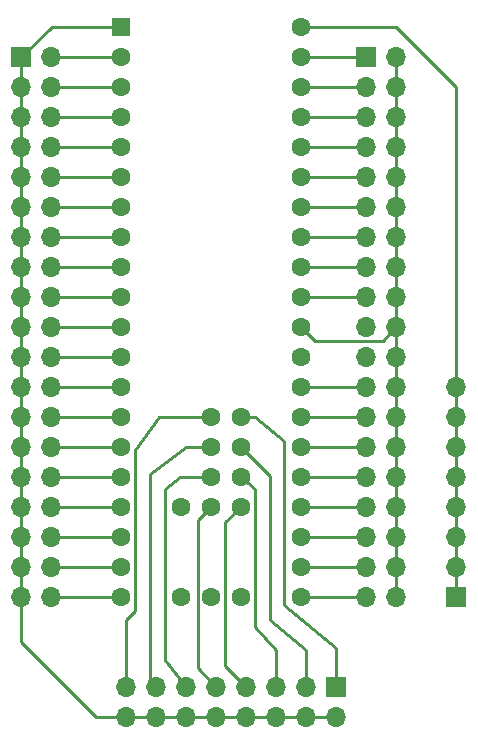
<source format=gbr>
%TF.GenerationSoftware,KiCad,Pcbnew,6.0.7-f9a2dced07~116~ubuntu20.04.1*%
%TF.CreationDate,2022-08-21T12:07:16+02:00*%
%TF.ProjectId,f-16_icp,662d3136-5f69-4637-902e-6b696361645f,rev?*%
%TF.SameCoordinates,Original*%
%TF.FileFunction,Copper,L2,Bot*%
%TF.FilePolarity,Positive*%
%FSLAX46Y46*%
G04 Gerber Fmt 4.6, Leading zero omitted, Abs format (unit mm)*
G04 Created by KiCad (PCBNEW 6.0.7-f9a2dced07~116~ubuntu20.04.1) date 2022-08-21 12:07:16*
%MOMM*%
%LPD*%
G01*
G04 APERTURE LIST*
%TA.AperFunction,ComponentPad*%
%ADD10C,1.600000*%
%TD*%
%TA.AperFunction,ComponentPad*%
%ADD11R,1.600000X1.600000*%
%TD*%
%TA.AperFunction,ComponentPad*%
%ADD12R,1.700000X1.700000*%
%TD*%
%TA.AperFunction,ComponentPad*%
%ADD13O,1.700000X1.700000*%
%TD*%
%TA.AperFunction,Conductor*%
%ADD14C,0.250000*%
%TD*%
G04 APERTURE END LIST*
D10*
%TO.P,U1,52,ALE*%
%TO.N,unconnected-(U1-Pad52)*%
X131600000Y-120590000D03*
%TO.P,U1,51,35*%
%TO.N,Net-(J4-Pad9)*%
X134140000Y-120590000D03*
%TO.P,U1,50,34*%
%TO.N,Net-(J4-Pad11)*%
X134140000Y-118050000D03*
%TO.P,U1,49,33*%
%TO.N,Net-(J4-Pad13)*%
X134140000Y-115510000D03*
%TO.P,U1,48,32*%
%TO.N,Net-(J4-Pad15)*%
X134140000Y-112970000D03*
%TO.P,U1,47,31*%
%TO.N,Net-(J4-Pad7)*%
X136680000Y-120590000D03*
%TO.P,U1,46,30*%
%TO.N,Net-(J4-Pad5)*%
X136680000Y-118050000D03*
%TO.P,U1,45,29*%
%TO.N,Net-(J4-Pad3)*%
X136680000Y-115510000D03*
%TO.P,U1,44,28*%
%TO.N,Net-(J4-Pad1)*%
X136680000Y-112970000D03*
%TO.P,U1,43,+5V*%
%TO.N,VCC*%
X141760000Y-79950000D03*
%TO.P,U1,42,26_PWM*%
%TO.N,Net-(U1-Pad42)*%
X141760000Y-82490000D03*
%TO.P,U1,41,25_PWM*%
%TO.N,Net-(U1-Pad41)*%
X141760000Y-85030000D03*
%TO.P,U1,40,24_PWM*%
%TO.N,Net-(U1-Pad40)*%
X141760000Y-87570000D03*
%TO.P,U1,39,23*%
%TO.N,Net-(U1-Pad39)*%
X141760000Y-90110000D03*
%TO.P,U1,38,22*%
%TO.N,Net-(U1-Pad38)*%
X141760000Y-92650000D03*
%TO.P,U1,37,21*%
%TO.N,Net-(U1-Pad37)*%
X141760000Y-95190000D03*
%TO.P,U1,36,20*%
%TO.N,Net-(U1-Pad36)*%
X141760000Y-97730000D03*
%TO.P,U1,35,19_INT7*%
%TO.N,Net-(U1-Pad35)*%
X141760000Y-100270000D03*
%TO.P,U1,34,18_INT6*%
%TO.N,Net-(U1-Pad34)*%
X141760000Y-102810000D03*
%TO.P,U1,33,GND*%
%TO.N,GND*%
X141760000Y-105350000D03*
%TO.P,U1,32,AREF*%
%TO.N,VCC*%
X141760000Y-107890000D03*
%TO.P,U1,31,38_A0*%
%TO.N,Net-(U1-Pad31)*%
X141760000Y-110430000D03*
%TO.P,U1,30,39_A1*%
%TO.N,Net-(U1-Pad30)*%
X141760000Y-112970000D03*
%TO.P,U1,29,40_A2*%
%TO.N,Net-(U1-Pad29)*%
X141760000Y-115510000D03*
%TO.P,U1,28,41_A3*%
%TO.N,Net-(U1-Pad28)*%
X141760000Y-118050000D03*
%TO.P,U1,27,42_A4*%
%TO.N,Net-(U1-Pad27)*%
X141760000Y-120590000D03*
%TO.P,U1,26,43_A5*%
%TO.N,Net-(U1-Pad26)*%
X141760000Y-123130000D03*
%TO.P,U1,25,44_A6*%
%TO.N,Net-(U1-Pad25)*%
X141760000Y-125670000D03*
%TO.P,U1,24,45_A7*%
%TO.N,Net-(U1-Pad24)*%
X141760000Y-128210000D03*
%TO.P,U1,23,RST*%
%TO.N,unconnected-(U1-Pad23)*%
X136680000Y-128210000D03*
%TO.P,U1,22,GND*%
%TO.N,GND*%
X134140000Y-128210000D03*
%TO.P,U1,21,+5V*%
%TO.N,VCC*%
X131600000Y-128210000D03*
%TO.P,U1,20,17*%
%TO.N,Net-(U1-Pad20)*%
X126520000Y-128210000D03*
%TO.P,U1,19,16_PWM*%
%TO.N,Net-(U1-Pad19)*%
X126520000Y-125670000D03*
%TO.P,U1,18,15_PWM*%
%TO.N,Net-(U1-Pad18)*%
X126520000Y-123130000D03*
%TO.P,U1,17,14_PWM*%
%TO.N,Net-(U1-Pad17)*%
X126520000Y-120590000D03*
%TO.P,U1,16,13*%
%TO.N,Net-(U1-Pad16)*%
X126520000Y-118050000D03*
%TO.P,U1,15,12*%
%TO.N,Net-(U1-Pad15)*%
X126520000Y-115510000D03*
%TO.P,U1,14,11*%
%TO.N,Net-(U1-Pad14)*%
X126520000Y-112970000D03*
%TO.P,U1,13,10*%
%TO.N,Net-(U1-Pad13)*%
X126520000Y-110430000D03*
%TO.P,U1,12,9*%
%TO.N,Net-(U1-Pad12)*%
X126520000Y-107890000D03*
D11*
%TO.P,U1,1,GND*%
%TO.N,GND*%
X126520000Y-79950000D03*
D10*
%TO.P,U1,2,27_PWM*%
%TO.N,Net-(U1-Pad2)*%
X126520000Y-82490000D03*
%TO.P,U1,3,0_INT0_PWM*%
%TO.N,Net-(U1-Pad3)*%
X126520000Y-85030000D03*
%TO.P,U1,4,1_INT1_PWM*%
%TO.N,Net-(U1-Pad4)*%
X126520000Y-87570000D03*
%TO.P,U1,5,2_INT2_RX*%
%TO.N,Net-(U1-Pad5)*%
X126520000Y-90110000D03*
%TO.P,U1,6,3_INT3_TX*%
%TO.N,Net-(U1-Pad6)*%
X126520000Y-92650000D03*
%TO.P,U1,7,4*%
%TO.N,Net-(U1-Pad7)*%
X126520000Y-95190000D03*
%TO.P,U1,8,5*%
%TO.N,Net-(U1-Pad8)*%
X126520000Y-97730000D03*
%TO.P,U1,11,8*%
%TO.N,Net-(U1-Pad11)*%
X126520000Y-105350000D03*
%TO.P,U1,10,7*%
%TO.N,Net-(U1-Pad10)*%
X126520000Y-102810000D03*
%TO.P,U1,9,6_LED*%
%TO.N,Net-(U1-Pad9)*%
X126520000Y-100270000D03*
%TD*%
D12*
%TO.P,J4,1,Pin_1*%
%TO.N,Net-(J4-Pad1)*%
X144765000Y-135885000D03*
D13*
%TO.P,J4,2,Pin_2*%
%TO.N,GND*%
X144765000Y-138425000D03*
%TO.P,J4,3,Pin_3*%
%TO.N,Net-(J4-Pad3)*%
X142225000Y-135885000D03*
%TO.P,J4,4,Pin_4*%
%TO.N,GND*%
X142225000Y-138425000D03*
%TO.P,J4,5,Pin_5*%
%TO.N,Net-(J4-Pad5)*%
X139685000Y-135885000D03*
%TO.P,J4,6,Pin_6*%
%TO.N,GND*%
X139685000Y-138425000D03*
%TO.P,J4,7,Pin_7*%
%TO.N,Net-(J4-Pad7)*%
X137145000Y-135885000D03*
%TO.P,J4,8,Pin_8*%
%TO.N,GND*%
X137145000Y-138425000D03*
%TO.P,J4,9,Pin_9*%
%TO.N,Net-(J4-Pad9)*%
X134605000Y-135885000D03*
%TO.P,J4,10,Pin_10*%
%TO.N,GND*%
X134605000Y-138425000D03*
%TO.P,J4,11,Pin_11*%
%TO.N,Net-(J4-Pad11)*%
X132065000Y-135885000D03*
%TO.P,J4,12,Pin_12*%
%TO.N,GND*%
X132065000Y-138425000D03*
%TO.P,J4,13,Pin_13*%
%TO.N,Net-(J4-Pad13)*%
X129525000Y-135885000D03*
%TO.P,J4,14,Pin_14*%
%TO.N,GND*%
X129525000Y-138425000D03*
%TO.P,J4,15,Pin_15*%
%TO.N,Net-(J4-Pad15)*%
X126985000Y-135885000D03*
%TO.P,J4,16,Pin_16*%
%TO.N,GND*%
X126985000Y-138425000D03*
%TD*%
%TO.P,J2,38,Pin_38*%
%TO.N,GND*%
X149860000Y-128219200D03*
%TO.P,J2,37,Pin_37*%
%TO.N,Net-(U1-Pad24)*%
X147320000Y-128219200D03*
%TO.P,J2,36,Pin_36*%
%TO.N,GND*%
X149860000Y-125679200D03*
%TO.P,J2,35,Pin_35*%
%TO.N,Net-(U1-Pad25)*%
X147320000Y-125679200D03*
%TO.P,J2,34,Pin_34*%
%TO.N,GND*%
X149860000Y-123139200D03*
%TO.P,J2,33,Pin_33*%
%TO.N,Net-(U1-Pad26)*%
X147320000Y-123139200D03*
%TO.P,J2,32,Pin_32*%
%TO.N,GND*%
X149860000Y-120599200D03*
%TO.P,J2,31,Pin_31*%
%TO.N,Net-(U1-Pad27)*%
X147320000Y-120599200D03*
%TO.P,J2,30,Pin_30*%
%TO.N,GND*%
X149860000Y-118059200D03*
%TO.P,J2,29,Pin_29*%
%TO.N,Net-(U1-Pad28)*%
X147320000Y-118059200D03*
%TO.P,J2,28,Pin_28*%
%TO.N,GND*%
X149860000Y-115519200D03*
%TO.P,J2,27,Pin_27*%
%TO.N,Net-(U1-Pad29)*%
X147320000Y-115519200D03*
%TO.P,J2,26,Pin_26*%
%TO.N,GND*%
X149860000Y-112979200D03*
%TO.P,J2,25,Pin_25*%
%TO.N,Net-(U1-Pad30)*%
X147320000Y-112979200D03*
%TO.P,J2,24,Pin_24*%
%TO.N,GND*%
X149860000Y-110439200D03*
%TO.P,J2,23,Pin_23*%
%TO.N,Net-(U1-Pad31)*%
X147320000Y-110439200D03*
%TO.P,J2,22,Pin_22*%
%TO.N,GND*%
X149860000Y-107899200D03*
%TO.P,J2,21,Pin_21*%
%TO.N,unconnected-(J2-Pad21)*%
X147320000Y-107899200D03*
%TO.P,J2,20,Pin_20*%
%TO.N,GND*%
X149860000Y-105359200D03*
%TO.P,J2,19,Pin_19*%
%TO.N,unconnected-(J2-Pad19)*%
X147320000Y-105359200D03*
%TO.P,J2,18,Pin_18*%
%TO.N,GND*%
X149860000Y-102819200D03*
%TO.P,J2,17,Pin_17*%
%TO.N,Net-(U1-Pad34)*%
X147320000Y-102819200D03*
%TO.P,J2,16,Pin_16*%
%TO.N,GND*%
X149860000Y-100279200D03*
%TO.P,J2,15,Pin_15*%
%TO.N,Net-(U1-Pad35)*%
X147320000Y-100279200D03*
%TO.P,J2,14,Pin_14*%
%TO.N,GND*%
X149860000Y-97739200D03*
%TO.P,J2,13,Pin_13*%
%TO.N,Net-(U1-Pad36)*%
X147320000Y-97739200D03*
%TO.P,J2,12,Pin_12*%
%TO.N,GND*%
X149860000Y-95199200D03*
%TO.P,J2,11,Pin_11*%
%TO.N,Net-(U1-Pad37)*%
X147320000Y-95199200D03*
%TO.P,J2,10,Pin_10*%
%TO.N,GND*%
X149860000Y-92659200D03*
%TO.P,J2,9,Pin_9*%
%TO.N,Net-(U1-Pad38)*%
X147320000Y-92659200D03*
%TO.P,J2,8,Pin_8*%
%TO.N,GND*%
X149860000Y-90119200D03*
%TO.P,J2,7,Pin_7*%
%TO.N,Net-(U1-Pad39)*%
X147320000Y-90119200D03*
%TO.P,J2,6,Pin_6*%
%TO.N,GND*%
X149860000Y-87579200D03*
%TO.P,J2,5,Pin_5*%
%TO.N,Net-(U1-Pad40)*%
X147320000Y-87579200D03*
%TO.P,J2,4,Pin_4*%
%TO.N,GND*%
X149860000Y-85039200D03*
%TO.P,J2,3,Pin_3*%
%TO.N,Net-(U1-Pad41)*%
X147320000Y-85039200D03*
%TO.P,J2,2,Pin_2*%
%TO.N,GND*%
X149860000Y-82499200D03*
D12*
%TO.P,J2,1,Pin_1*%
%TO.N,Net-(U1-Pad42)*%
X147320000Y-82499200D03*
%TD*%
%TO.P,J1,1,Pin_1*%
%TO.N,GND*%
X118105000Y-82499200D03*
D13*
%TO.P,J1,2,Pin_2*%
%TO.N,Net-(U1-Pad2)*%
X120645000Y-82499200D03*
%TO.P,J1,3,Pin_3*%
%TO.N,GND*%
X118105000Y-85039200D03*
%TO.P,J1,4,Pin_4*%
%TO.N,Net-(U1-Pad3)*%
X120645000Y-85039200D03*
%TO.P,J1,5,Pin_5*%
%TO.N,GND*%
X118105000Y-87579200D03*
%TO.P,J1,6,Pin_6*%
%TO.N,Net-(U1-Pad4)*%
X120645000Y-87579200D03*
%TO.P,J1,7,Pin_7*%
%TO.N,GND*%
X118105000Y-90119200D03*
%TO.P,J1,8,Pin_8*%
%TO.N,Net-(U1-Pad5)*%
X120645000Y-90119200D03*
%TO.P,J1,9,Pin_9*%
%TO.N,GND*%
X118105000Y-92659200D03*
%TO.P,J1,10,Pin_10*%
%TO.N,Net-(U1-Pad6)*%
X120645000Y-92659200D03*
%TO.P,J1,11,Pin_11*%
%TO.N,GND*%
X118105000Y-95199200D03*
%TO.P,J1,12,Pin_12*%
%TO.N,Net-(U1-Pad7)*%
X120645000Y-95199200D03*
%TO.P,J1,13,Pin_13*%
%TO.N,GND*%
X118105000Y-97739200D03*
%TO.P,J1,14,Pin_14*%
%TO.N,Net-(U1-Pad8)*%
X120645000Y-97739200D03*
%TO.P,J1,15,Pin_15*%
%TO.N,GND*%
X118105000Y-100279200D03*
%TO.P,J1,16,Pin_16*%
%TO.N,Net-(U1-Pad9)*%
X120645000Y-100279200D03*
%TO.P,J1,17,Pin_17*%
%TO.N,GND*%
X118105000Y-102819200D03*
%TO.P,J1,18,Pin_18*%
%TO.N,Net-(U1-Pad10)*%
X120645000Y-102819200D03*
%TO.P,J1,19,Pin_19*%
%TO.N,GND*%
X118105000Y-105359200D03*
%TO.P,J1,20,Pin_20*%
%TO.N,Net-(U1-Pad11)*%
X120645000Y-105359200D03*
%TO.P,J1,21,Pin_21*%
%TO.N,GND*%
X118105000Y-107899200D03*
%TO.P,J1,22,Pin_22*%
%TO.N,Net-(U1-Pad12)*%
X120645000Y-107899200D03*
%TO.P,J1,23,Pin_23*%
%TO.N,GND*%
X118105000Y-110439200D03*
%TO.P,J1,24,Pin_24*%
%TO.N,Net-(U1-Pad13)*%
X120645000Y-110439200D03*
%TO.P,J1,25,Pin_25*%
%TO.N,GND*%
X118105000Y-112979200D03*
%TO.P,J1,26,Pin_26*%
%TO.N,Net-(U1-Pad14)*%
X120645000Y-112979200D03*
%TO.P,J1,27,Pin_27*%
%TO.N,GND*%
X118105000Y-115519200D03*
%TO.P,J1,28,Pin_28*%
%TO.N,Net-(U1-Pad15)*%
X120645000Y-115519200D03*
%TO.P,J1,29,Pin_29*%
%TO.N,GND*%
X118105000Y-118059200D03*
%TO.P,J1,30,Pin_30*%
%TO.N,Net-(U1-Pad16)*%
X120645000Y-118059200D03*
%TO.P,J1,31,Pin_31*%
%TO.N,GND*%
X118105000Y-120599200D03*
%TO.P,J1,32,Pin_32*%
%TO.N,Net-(U1-Pad17)*%
X120645000Y-120599200D03*
%TO.P,J1,33,Pin_33*%
%TO.N,GND*%
X118105000Y-123139200D03*
%TO.P,J1,34,Pin_34*%
%TO.N,Net-(U1-Pad18)*%
X120645000Y-123139200D03*
%TO.P,J1,35,Pin_35*%
%TO.N,GND*%
X118105000Y-125679200D03*
%TO.P,J1,36,Pin_36*%
%TO.N,Net-(U1-Pad19)*%
X120645000Y-125679200D03*
%TO.P,J1,37,Pin_37*%
%TO.N,GND*%
X118105000Y-128219200D03*
%TO.P,J1,38,Pin_38*%
%TO.N,Net-(U1-Pad20)*%
X120645000Y-128219200D03*
%TD*%
D12*
%TO.P,J3,1,Pin_1*%
%TO.N,VCC*%
X154940000Y-128255000D03*
D13*
%TO.P,J3,2,Pin_2*%
X154940000Y-125715000D03*
%TO.P,J3,3,Pin_3*%
X154940000Y-123175000D03*
%TO.P,J3,4,Pin_4*%
X154940000Y-120635000D03*
%TO.P,J3,5,Pin_5*%
X154940000Y-118095000D03*
%TO.P,J3,6,Pin_6*%
X154940000Y-115555000D03*
%TO.P,J3,7,Pin_7*%
X154940000Y-113015000D03*
%TO.P,J3,8,Pin_8*%
X154940000Y-110475000D03*
%TD*%
D14*
%TO.N,Net-(J4-Pad1)*%
X136680000Y-112970000D02*
X137922000Y-113030000D01*
X137922000Y-113030000D02*
X140335000Y-115062000D01*
X140335000Y-115062000D02*
X140335000Y-128905000D01*
X144780000Y-132588000D02*
X144765000Y-135885000D01*
X140335000Y-128905000D02*
X144780000Y-132588000D01*
%TO.N,Net-(J4-Pad15)*%
X134140000Y-112970000D02*
X129854000Y-112970000D01*
X129854000Y-112970000D02*
X129794000Y-113030000D01*
X129794000Y-113030000D02*
X127762000Y-115824000D01*
X127762000Y-115824000D02*
X127762000Y-129413000D01*
X127762000Y-129413000D02*
X126985000Y-130190000D01*
X126985000Y-130190000D02*
X126985000Y-135885000D01*
%TO.N,Net-(J4-Pad3)*%
X142225000Y-135885000D02*
X142240000Y-132715000D01*
X142240000Y-132715000D02*
X139192000Y-130175000D01*
X139192000Y-130175000D02*
X139192000Y-118022000D01*
X139192000Y-118022000D02*
X136680000Y-115510000D01*
%TO.N,Net-(J4-Pad13)*%
X134140000Y-115510000D02*
X132080000Y-115510000D01*
X132080000Y-115510000D02*
X129032000Y-117856000D01*
X129032000Y-117856000D02*
X129032000Y-135392000D01*
X129032000Y-135392000D02*
X129525000Y-135885000D01*
%TO.N,Net-(J4-Pad11)*%
X134140000Y-118050000D02*
X131572000Y-118050000D01*
X131572000Y-118050000D02*
X130302000Y-119126000D01*
X130302000Y-119126000D02*
X130302000Y-133604000D01*
X130302000Y-133604000D02*
X132065000Y-135885000D01*
%TO.N,Net-(J4-Pad5)*%
X136680000Y-118050000D02*
X137922000Y-119126000D01*
X137922000Y-130810000D02*
X139685000Y-132700000D01*
X137922000Y-119126000D02*
X137922000Y-130810000D01*
X139685000Y-132700000D02*
X139685000Y-135885000D01*
%TO.N,Net-(J4-Pad7)*%
X136680000Y-120590000D02*
X135382000Y-121920000D01*
X135382000Y-121920000D02*
X135382000Y-134112000D01*
X135382000Y-134112000D02*
X137145000Y-135885000D01*
%TO.N,Net-(J4-Pad9)*%
X134140000Y-120590000D02*
X133015000Y-121715000D01*
X133015000Y-121715000D02*
X133015000Y-134295000D01*
X133015000Y-134295000D02*
X134605000Y-135885000D01*
%TO.N,VCC*%
X154940000Y-85047756D02*
X154940000Y-128255000D01*
%TO.N,Net-(U1-Pad20)*%
X126520000Y-128210000D02*
X120654200Y-128210000D01*
X120654200Y-128210000D02*
X120645000Y-128219200D01*
%TO.N,Net-(U1-Pad19)*%
X120645000Y-125679200D02*
X126510800Y-125679200D01*
X126510800Y-125679200D02*
X126520000Y-125670000D01*
%TO.N,Net-(U1-Pad18)*%
X126520000Y-123130000D02*
X120654200Y-123130000D01*
X120654200Y-123130000D02*
X120645000Y-123139200D01*
%TO.N,Net-(U1-Pad17)*%
X120645000Y-120599200D02*
X126510800Y-120599200D01*
X126510800Y-120599200D02*
X126520000Y-120590000D01*
%TO.N,Net-(U1-Pad16)*%
X126520000Y-118050000D02*
X120654200Y-118050000D01*
X120654200Y-118050000D02*
X120645000Y-118059200D01*
%TO.N,Net-(U1-Pad15)*%
X120645000Y-115519200D02*
X126510800Y-115519200D01*
X126510800Y-115519200D02*
X126520000Y-115510000D01*
%TO.N,Net-(U1-Pad14)*%
X126520000Y-112970000D02*
X120654200Y-112970000D01*
X120654200Y-112970000D02*
X120645000Y-112979200D01*
%TO.N,Net-(U1-Pad13)*%
X120645000Y-110439200D02*
X126510800Y-110439200D01*
X126510800Y-110439200D02*
X126520000Y-110430000D01*
%TO.N,Net-(U1-Pad12)*%
X126520000Y-107890000D02*
X120654200Y-107890000D01*
X120654200Y-107890000D02*
X120645000Y-107899200D01*
%TO.N,Net-(U1-Pad11)*%
X120645000Y-105359200D02*
X126510800Y-105359200D01*
X126510800Y-105359200D02*
X126520000Y-105350000D01*
%TO.N,Net-(U1-Pad10)*%
X126520000Y-102810000D02*
X120654200Y-102810000D01*
X120654200Y-102810000D02*
X120645000Y-102819200D01*
%TO.N,Net-(U1-Pad9)*%
X120645000Y-100279200D02*
X126510800Y-100279200D01*
X126510800Y-100279200D02*
X126520000Y-100270000D01*
%TO.N,Net-(U1-Pad8)*%
X126520000Y-97730000D02*
X120654200Y-97730000D01*
X120654200Y-97730000D02*
X120645000Y-97739200D01*
%TO.N,Net-(U1-Pad7)*%
X120645000Y-95199200D02*
X126510800Y-95199200D01*
X126510800Y-95199200D02*
X126520000Y-95190000D01*
%TO.N,Net-(U1-Pad6)*%
X126520000Y-92650000D02*
X120654200Y-92650000D01*
X120654200Y-92650000D02*
X120645000Y-92659200D01*
%TO.N,Net-(U1-Pad5)*%
X120645000Y-90119200D02*
X126510800Y-90119200D01*
X126510800Y-90119200D02*
X126520000Y-90110000D01*
%TO.N,Net-(U1-Pad4)*%
X126520000Y-87570000D02*
X120654200Y-87570000D01*
X120654200Y-87570000D02*
X120645000Y-87579200D01*
%TO.N,Net-(U1-Pad3)*%
X120645000Y-85039200D02*
X126510800Y-85039200D01*
X126510800Y-85039200D02*
X126520000Y-85030000D01*
%TO.N,Net-(U1-Pad2)*%
X120645000Y-82499200D02*
X126510800Y-82499200D01*
X126510800Y-82499200D02*
X126520000Y-82490000D01*
%TO.N,Net-(U1-Pad24)*%
X141760000Y-128210000D02*
X147310800Y-128210000D01*
X147310800Y-128210000D02*
X147320000Y-128219200D01*
%TO.N,Net-(U1-Pad25)*%
X147320000Y-125679200D02*
X141769200Y-125679200D01*
X141769200Y-125679200D02*
X141760000Y-125670000D01*
%TO.N,Net-(U1-Pad26)*%
X141760000Y-123130000D02*
X147310800Y-123130000D01*
X147310800Y-123130000D02*
X147320000Y-123139200D01*
%TO.N,Net-(U1-Pad27)*%
X147320000Y-120599200D02*
X141769200Y-120599200D01*
X141769200Y-120599200D02*
X141760000Y-120590000D01*
%TO.N,Net-(U1-Pad28)*%
X141760000Y-118050000D02*
X147310800Y-118050000D01*
X147310800Y-118050000D02*
X147320000Y-118059200D01*
%TO.N,Net-(U1-Pad29)*%
X147320000Y-115519200D02*
X141769200Y-115519200D01*
X141769200Y-115519200D02*
X141760000Y-115510000D01*
%TO.N,Net-(U1-Pad30)*%
X141760000Y-112970000D02*
X147310800Y-112970000D01*
X147310800Y-112970000D02*
X147320000Y-112979200D01*
%TO.N,Net-(U1-Pad31)*%
X147320000Y-110439200D02*
X141769200Y-110439200D01*
X141769200Y-110439200D02*
X141760000Y-110430000D01*
%TO.N,Net-(U1-Pad34)*%
X141760000Y-102810000D02*
X147310800Y-102810000D01*
X147310800Y-102810000D02*
X147320000Y-102819200D01*
%TO.N,Net-(U1-Pad35)*%
X147320000Y-100279200D02*
X141769200Y-100279200D01*
X141769200Y-100279200D02*
X141760000Y-100270000D01*
%TO.N,Net-(U1-Pad36)*%
X141760000Y-97730000D02*
X147310800Y-97730000D01*
X147310800Y-97730000D02*
X147320000Y-97739200D01*
%TO.N,Net-(U1-Pad37)*%
X147320000Y-95199200D02*
X141769200Y-95199200D01*
X141769200Y-95199200D02*
X141760000Y-95190000D01*
%TO.N,Net-(U1-Pad38)*%
X141760000Y-92650000D02*
X147310800Y-92650000D01*
X147310800Y-92650000D02*
X147320000Y-92659200D01*
%TO.N,Net-(U1-Pad39)*%
X147320000Y-90119200D02*
X141769200Y-90119200D01*
X141769200Y-90119200D02*
X141760000Y-90110000D01*
%TO.N,Net-(U1-Pad40)*%
X141760000Y-87570000D02*
X147310800Y-87570000D01*
X147310800Y-87570000D02*
X147320000Y-87579200D01*
%TO.N,Net-(U1-Pad41)*%
X147320000Y-85039200D02*
X141769200Y-85039200D01*
X141769200Y-85039200D02*
X141760000Y-85030000D01*
%TO.N,Net-(U1-Pad42)*%
X141760000Y-82490000D02*
X147310800Y-82490000D01*
X147310800Y-82490000D02*
X147320000Y-82499200D01*
%TO.N,VCC*%
X154940000Y-85047756D02*
X149842244Y-79950000D01*
X149842244Y-79950000D02*
X141760000Y-79950000D01*
%TO.N,GND*%
X141760000Y-105350000D02*
X142944200Y-106534200D01*
X142944200Y-106534200D02*
X148685000Y-106534200D01*
X148685000Y-106534200D02*
X149860000Y-105359200D01*
X149860000Y-82499200D02*
X149860000Y-128219200D01*
X126985000Y-138425000D02*
X144765000Y-138425000D01*
X118105000Y-128219200D02*
X118105000Y-132075000D01*
X118105000Y-132075000D02*
X124455000Y-138425000D01*
X124455000Y-138425000D02*
X126985000Y-138425000D01*
X118105000Y-82499200D02*
X118105000Y-128219200D01*
X126520000Y-79950000D02*
X120654200Y-79950000D01*
X120654200Y-79950000D02*
X118105000Y-82499200D01*
%TD*%
M02*

</source>
